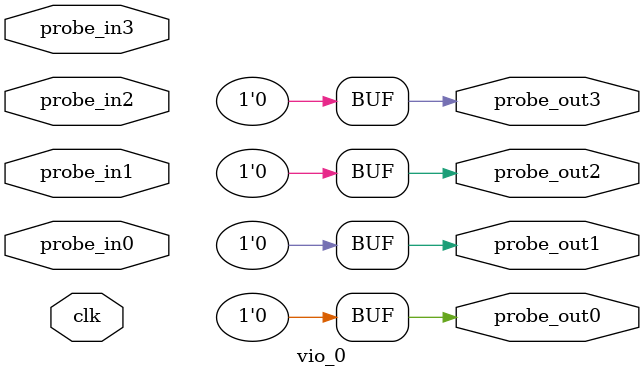
<source format=v>
`timescale 1ns / 1ps
module vio_0 (
clk,
probe_in0,probe_in1,probe_in2,probe_in3,
probe_out0,
probe_out1,
probe_out2,
probe_out3
);

input clk;
input [0 : 0] probe_in0;
input [0 : 0] probe_in1;
input [0 : 0] probe_in2;
input [0 : 0] probe_in3;

output reg [0 : 0] probe_out0 = 'h0 ;
output reg [0 : 0] probe_out1 = 'h0 ;
output reg [0 : 0] probe_out2 = 'h0 ;
output reg [0 : 0] probe_out3 = 'h0 ;


endmodule

</source>
